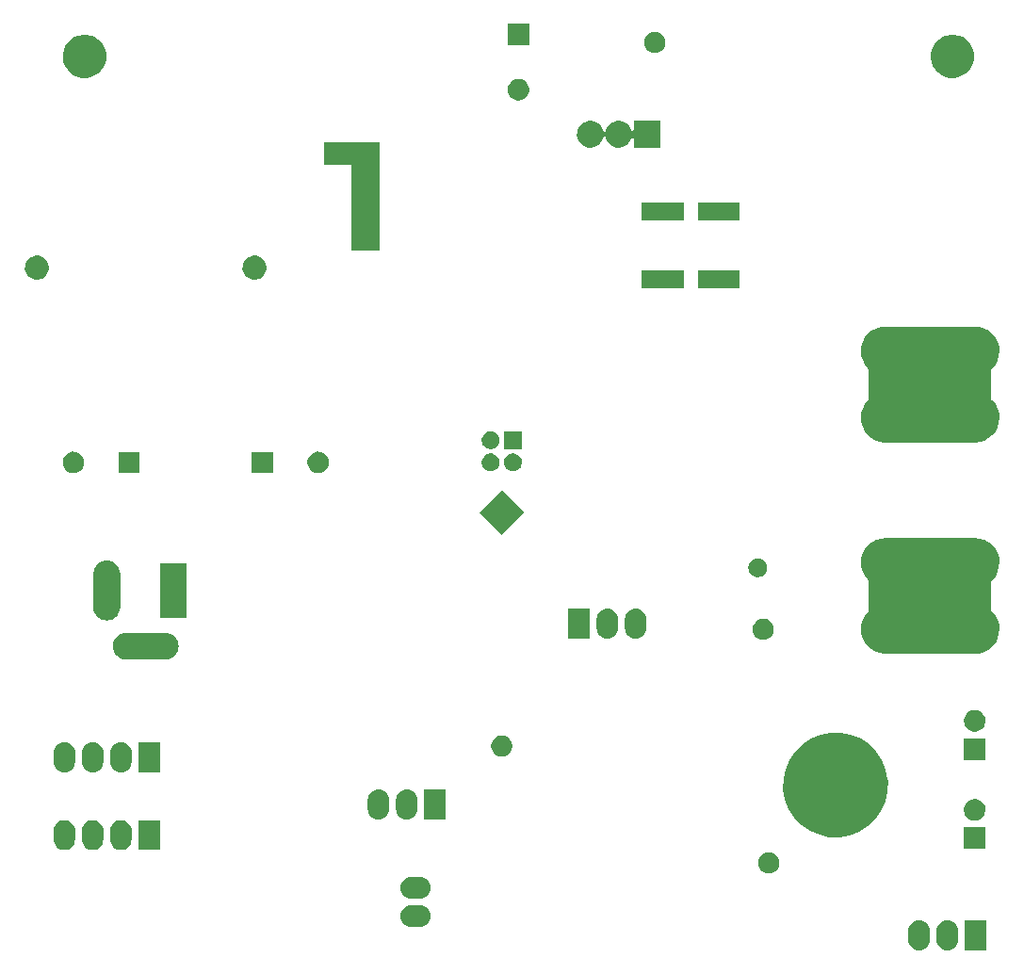
<source format=gbs>
G04 #@! TF.FileFunction,Soldermask,Bot*
%FSLAX46Y46*%
G04 Gerber Fmt 4.6, Leading zero omitted, Abs format (unit mm)*
G04 Created by KiCad (PCBNEW (2015-09-14 BZR 5783, Git e27fa50)-product) date Sat 19 Sep 2015 09:51:44 PM EDT*
%MOMM*%
G01*
G04 APERTURE LIST*
%ADD10C,0.100000*%
G04 APERTURE END LIST*
D10*
G36*
X81193339Y-83670136D02*
X81193362Y-83670143D01*
X81193437Y-83670151D01*
X81372790Y-83725670D01*
X81537944Y-83814968D01*
X81682607Y-83934644D01*
X81801270Y-84080139D01*
X81889413Y-84245912D01*
X81943679Y-84425649D01*
X81962000Y-84612502D01*
X81962000Y-85387566D01*
X81961935Y-85396872D01*
X81961934Y-85396878D01*
X81961906Y-85400930D01*
X81940978Y-85587509D01*
X81884208Y-85766470D01*
X81793759Y-85930996D01*
X81673076Y-86074821D01*
X81526756Y-86192465D01*
X81360372Y-86279449D01*
X81180261Y-86332458D01*
X81180200Y-86332464D01*
X81180171Y-86332472D01*
X80993289Y-86349479D01*
X80806661Y-86329864D01*
X80806638Y-86329857D01*
X80806563Y-86329849D01*
X80627210Y-86274330D01*
X80462056Y-86185032D01*
X80317393Y-86065356D01*
X80198730Y-85919861D01*
X80110587Y-85754088D01*
X80056321Y-85574351D01*
X80038000Y-85387498D01*
X80038000Y-84612434D01*
X80038065Y-84603128D01*
X80038066Y-84603122D01*
X80038094Y-84599070D01*
X80059022Y-84412491D01*
X80115792Y-84233530D01*
X80206241Y-84069004D01*
X80326924Y-83925179D01*
X80473244Y-83807535D01*
X80639628Y-83720551D01*
X80819739Y-83667542D01*
X80819800Y-83667536D01*
X80819829Y-83667528D01*
X81006711Y-83650521D01*
X81193339Y-83670136D01*
X81193339Y-83670136D01*
G37*
G36*
X83733339Y-83670136D02*
X83733362Y-83670143D01*
X83733437Y-83670151D01*
X83912790Y-83725670D01*
X84077944Y-83814968D01*
X84222607Y-83934644D01*
X84341270Y-84080139D01*
X84429413Y-84245912D01*
X84483679Y-84425649D01*
X84502000Y-84612502D01*
X84502000Y-85387566D01*
X84501935Y-85396872D01*
X84501934Y-85396878D01*
X84501906Y-85400930D01*
X84480978Y-85587509D01*
X84424208Y-85766470D01*
X84333759Y-85930996D01*
X84213076Y-86074821D01*
X84066756Y-86192465D01*
X83900372Y-86279449D01*
X83720261Y-86332458D01*
X83720200Y-86332464D01*
X83720171Y-86332472D01*
X83533289Y-86349479D01*
X83346661Y-86329864D01*
X83346638Y-86329857D01*
X83346563Y-86329849D01*
X83167210Y-86274330D01*
X83002056Y-86185032D01*
X82857393Y-86065356D01*
X82738730Y-85919861D01*
X82650587Y-85754088D01*
X82596321Y-85574351D01*
X82578000Y-85387498D01*
X82578000Y-84612434D01*
X82578065Y-84603128D01*
X82578066Y-84603122D01*
X82578094Y-84599070D01*
X82599022Y-84412491D01*
X82655792Y-84233530D01*
X82746241Y-84069004D01*
X82866924Y-83925179D01*
X83013244Y-83807535D01*
X83179628Y-83720551D01*
X83359739Y-83667542D01*
X83359800Y-83667536D01*
X83359829Y-83667528D01*
X83546711Y-83650521D01*
X83733339Y-83670136D01*
X83733339Y-83670136D01*
G37*
G36*
X87042000Y-86343000D02*
X85118000Y-86343000D01*
X85118000Y-83657000D01*
X87042000Y-83657000D01*
X87042000Y-86343000D01*
X87042000Y-86343000D01*
G37*
G36*
X36146872Y-82308065D02*
X36146878Y-82308066D01*
X36150930Y-82308094D01*
X36337509Y-82329022D01*
X36516470Y-82385792D01*
X36680996Y-82476241D01*
X36824821Y-82596924D01*
X36942465Y-82743244D01*
X37029449Y-82909628D01*
X37082458Y-83089739D01*
X37082464Y-83089800D01*
X37082472Y-83089829D01*
X37099479Y-83276711D01*
X37079864Y-83463339D01*
X37079857Y-83463362D01*
X37079849Y-83463437D01*
X37024330Y-83642790D01*
X36935032Y-83807944D01*
X36815356Y-83952607D01*
X36669861Y-84071270D01*
X36504088Y-84159413D01*
X36324351Y-84213679D01*
X36137498Y-84232000D01*
X35362434Y-84232000D01*
X35353128Y-84231935D01*
X35353122Y-84231934D01*
X35349070Y-84231906D01*
X35162491Y-84210978D01*
X34983530Y-84154208D01*
X34819004Y-84063759D01*
X34675179Y-83943076D01*
X34557535Y-83796756D01*
X34470551Y-83630372D01*
X34417542Y-83450261D01*
X34417536Y-83450200D01*
X34417528Y-83450171D01*
X34400521Y-83263289D01*
X34420136Y-83076661D01*
X34420143Y-83076638D01*
X34420151Y-83076563D01*
X34475670Y-82897210D01*
X34564968Y-82732056D01*
X34684644Y-82587393D01*
X34830139Y-82468730D01*
X34995912Y-82380587D01*
X35175649Y-82326321D01*
X35362502Y-82308000D01*
X36137566Y-82308000D01*
X36146872Y-82308065D01*
X36146872Y-82308065D01*
G37*
G36*
X36146872Y-79768065D02*
X36146878Y-79768066D01*
X36150930Y-79768094D01*
X36337509Y-79789022D01*
X36516470Y-79845792D01*
X36680996Y-79936241D01*
X36824821Y-80056924D01*
X36942465Y-80203244D01*
X37029449Y-80369628D01*
X37082458Y-80549739D01*
X37082464Y-80549800D01*
X37082472Y-80549829D01*
X37099479Y-80736711D01*
X37079864Y-80923339D01*
X37079857Y-80923362D01*
X37079849Y-80923437D01*
X37024330Y-81102790D01*
X36935032Y-81267944D01*
X36815356Y-81412607D01*
X36669861Y-81531270D01*
X36504088Y-81619413D01*
X36324351Y-81673679D01*
X36137498Y-81692000D01*
X35362434Y-81692000D01*
X35353128Y-81691935D01*
X35353122Y-81691934D01*
X35349070Y-81691906D01*
X35162491Y-81670978D01*
X34983530Y-81614208D01*
X34819004Y-81523759D01*
X34675179Y-81403076D01*
X34557535Y-81256756D01*
X34470551Y-81090372D01*
X34417542Y-80910261D01*
X34417536Y-80910200D01*
X34417528Y-80910171D01*
X34400521Y-80723289D01*
X34420136Y-80536661D01*
X34420143Y-80536638D01*
X34420151Y-80536563D01*
X34475670Y-80357210D01*
X34564968Y-80192056D01*
X34684644Y-80047393D01*
X34830139Y-79928730D01*
X34995912Y-79840587D01*
X35175649Y-79786321D01*
X35362502Y-79768000D01*
X36137566Y-79768000D01*
X36146872Y-79768065D01*
X36146872Y-79768065D01*
G37*
G36*
X67599783Y-77550629D02*
X67782286Y-77588091D01*
X67954031Y-77660286D01*
X68108488Y-77764468D01*
X68239763Y-77896663D01*
X68342862Y-78051839D01*
X68413859Y-78224090D01*
X68449909Y-78406158D01*
X68449909Y-78406180D01*
X68450041Y-78406848D01*
X68447070Y-78619643D01*
X68446918Y-78620311D01*
X68446918Y-78620330D01*
X68405798Y-78801319D01*
X68330020Y-78971521D01*
X68222630Y-79123755D01*
X68087711Y-79252236D01*
X67930408Y-79352064D01*
X67756712Y-79419437D01*
X67573236Y-79451788D01*
X67386970Y-79447886D01*
X67205013Y-79407881D01*
X67034289Y-79333293D01*
X66881305Y-79226967D01*
X66751886Y-79092949D01*
X66650963Y-78936346D01*
X66582377Y-78763121D01*
X66548746Y-78579878D01*
X66551347Y-78393594D01*
X66590083Y-78211358D01*
X66663477Y-78040115D01*
X66768734Y-77886393D01*
X66901843Y-77756042D01*
X67057737Y-77654028D01*
X67230472Y-77584238D01*
X67413481Y-77549327D01*
X67599783Y-77550629D01*
X67599783Y-77550629D01*
G37*
G36*
X4383339Y-74670136D02*
X4383362Y-74670143D01*
X4383437Y-74670151D01*
X4562790Y-74725670D01*
X4727944Y-74814968D01*
X4872607Y-74934644D01*
X4991270Y-75080139D01*
X5079413Y-75245912D01*
X5133679Y-75425649D01*
X5152000Y-75612502D01*
X5152000Y-76387566D01*
X5151935Y-76396872D01*
X5151934Y-76396878D01*
X5151906Y-76400930D01*
X5130978Y-76587509D01*
X5074208Y-76766470D01*
X4983759Y-76930996D01*
X4863076Y-77074821D01*
X4716756Y-77192465D01*
X4550372Y-77279449D01*
X4370261Y-77332458D01*
X4370200Y-77332464D01*
X4370171Y-77332472D01*
X4183289Y-77349479D01*
X3996661Y-77329864D01*
X3996638Y-77329857D01*
X3996563Y-77329849D01*
X3817210Y-77274330D01*
X3652056Y-77185032D01*
X3507393Y-77065356D01*
X3388730Y-76919861D01*
X3300587Y-76754088D01*
X3246321Y-76574351D01*
X3228000Y-76387498D01*
X3228000Y-75612434D01*
X3228065Y-75603128D01*
X3228066Y-75603122D01*
X3228094Y-75599070D01*
X3249022Y-75412491D01*
X3305792Y-75233530D01*
X3396241Y-75069004D01*
X3516924Y-74925179D01*
X3663244Y-74807535D01*
X3829628Y-74720551D01*
X4009739Y-74667542D01*
X4009800Y-74667536D01*
X4009829Y-74667528D01*
X4196711Y-74650521D01*
X4383339Y-74670136D01*
X4383339Y-74670136D01*
G37*
G36*
X6923339Y-74670136D02*
X6923362Y-74670143D01*
X6923437Y-74670151D01*
X7102790Y-74725670D01*
X7267944Y-74814968D01*
X7412607Y-74934644D01*
X7531270Y-75080139D01*
X7619413Y-75245912D01*
X7673679Y-75425649D01*
X7692000Y-75612502D01*
X7692000Y-76387566D01*
X7691935Y-76396872D01*
X7691934Y-76396878D01*
X7691906Y-76400930D01*
X7670978Y-76587509D01*
X7614208Y-76766470D01*
X7523759Y-76930996D01*
X7403076Y-77074821D01*
X7256756Y-77192465D01*
X7090372Y-77279449D01*
X6910261Y-77332458D01*
X6910200Y-77332464D01*
X6910171Y-77332472D01*
X6723289Y-77349479D01*
X6536661Y-77329864D01*
X6536638Y-77329857D01*
X6536563Y-77329849D01*
X6357210Y-77274330D01*
X6192056Y-77185032D01*
X6047393Y-77065356D01*
X5928730Y-76919861D01*
X5840587Y-76754088D01*
X5786321Y-76574351D01*
X5768000Y-76387498D01*
X5768000Y-75612434D01*
X5768065Y-75603128D01*
X5768066Y-75603122D01*
X5768094Y-75599070D01*
X5789022Y-75412491D01*
X5845792Y-75233530D01*
X5936241Y-75069004D01*
X6056924Y-74925179D01*
X6203244Y-74807535D01*
X6369628Y-74720551D01*
X6549739Y-74667542D01*
X6549800Y-74667536D01*
X6549829Y-74667528D01*
X6736711Y-74650521D01*
X6923339Y-74670136D01*
X6923339Y-74670136D01*
G37*
G36*
X9463339Y-74670136D02*
X9463362Y-74670143D01*
X9463437Y-74670151D01*
X9642790Y-74725670D01*
X9807944Y-74814968D01*
X9952607Y-74934644D01*
X10071270Y-75080139D01*
X10159413Y-75245912D01*
X10213679Y-75425649D01*
X10232000Y-75612502D01*
X10232000Y-76387566D01*
X10231935Y-76396872D01*
X10231934Y-76396878D01*
X10231906Y-76400930D01*
X10210978Y-76587509D01*
X10154208Y-76766470D01*
X10063759Y-76930996D01*
X9943076Y-77074821D01*
X9796756Y-77192465D01*
X9630372Y-77279449D01*
X9450261Y-77332458D01*
X9450200Y-77332464D01*
X9450171Y-77332472D01*
X9263289Y-77349479D01*
X9076661Y-77329864D01*
X9076638Y-77329857D01*
X9076563Y-77329849D01*
X8897210Y-77274330D01*
X8732056Y-77185032D01*
X8587393Y-77065356D01*
X8468730Y-76919861D01*
X8380587Y-76754088D01*
X8326321Y-76574351D01*
X8308000Y-76387498D01*
X8308000Y-75612434D01*
X8308065Y-75603128D01*
X8308066Y-75603122D01*
X8308094Y-75599070D01*
X8329022Y-75412491D01*
X8385792Y-75233530D01*
X8476241Y-75069004D01*
X8596924Y-74925179D01*
X8743244Y-74807535D01*
X8909628Y-74720551D01*
X9089739Y-74667542D01*
X9089800Y-74667536D01*
X9089829Y-74667528D01*
X9276711Y-74650521D01*
X9463339Y-74670136D01*
X9463339Y-74670136D01*
G37*
G36*
X12772000Y-77343000D02*
X10848000Y-77343000D01*
X10848000Y-74657000D01*
X12772000Y-74657000D01*
X12772000Y-77343000D01*
X12772000Y-77343000D01*
G37*
G36*
X86962000Y-77232000D02*
X85038000Y-77232000D01*
X85038000Y-75308000D01*
X86962000Y-75308000D01*
X86962000Y-77232000D01*
X86962000Y-77232000D01*
G37*
G36*
X73993661Y-66803127D02*
X74896558Y-66988465D01*
X75746250Y-67345642D01*
X76510393Y-67861063D01*
X77159866Y-68515085D01*
X77669935Y-69282803D01*
X78021175Y-70134976D01*
X78200069Y-71038453D01*
X78200069Y-71038473D01*
X78200201Y-71039141D01*
X78185501Y-72091916D01*
X78185349Y-72092584D01*
X78185349Y-72092603D01*
X77981301Y-72990727D01*
X77606401Y-73832767D01*
X77075096Y-74585938D01*
X76407614Y-75221573D01*
X75629378Y-75715456D01*
X74770042Y-76048771D01*
X73862323Y-76208827D01*
X72940807Y-76189523D01*
X72040592Y-75991599D01*
X71195963Y-75622590D01*
X70439096Y-75096553D01*
X69798816Y-74433524D01*
X69299513Y-73658756D01*
X68960206Y-72801764D01*
X68793818Y-71895188D01*
X68806687Y-70973563D01*
X68998323Y-70071985D01*
X69361428Y-69224798D01*
X69882168Y-68464277D01*
X70540710Y-67819385D01*
X71311969Y-67314687D01*
X72166571Y-66969405D01*
X73071965Y-66796691D01*
X73993661Y-66803127D01*
X73993661Y-66803127D01*
G37*
G36*
X86101043Y-72768637D02*
X86285852Y-72806572D01*
X86459766Y-72879679D01*
X86616174Y-72985177D01*
X86749107Y-73119042D01*
X86853508Y-73276179D01*
X86925402Y-73450605D01*
X86961909Y-73634981D01*
X86961909Y-73634998D01*
X86962042Y-73635671D01*
X86959033Y-73851154D01*
X86958881Y-73851822D01*
X86958881Y-73851841D01*
X86917241Y-74035123D01*
X86840503Y-74207479D01*
X86731758Y-74361634D01*
X86595136Y-74491736D01*
X86435841Y-74592828D01*
X86259958Y-74661049D01*
X86074160Y-74693811D01*
X85885544Y-74689859D01*
X85701285Y-74649347D01*
X85528406Y-74573818D01*
X85373490Y-74466149D01*
X85242436Y-74330439D01*
X85140237Y-74171857D01*
X85070787Y-73996446D01*
X85036731Y-73810887D01*
X85039364Y-73622250D01*
X85078590Y-73437707D01*
X85152908Y-73264310D01*
X85259497Y-73108642D01*
X85394285Y-72976648D01*
X85552153Y-72873342D01*
X85727069Y-72802671D01*
X85912388Y-72767319D01*
X86101043Y-72768637D01*
X86101043Y-72768637D01*
G37*
G36*
X35153339Y-71920136D02*
X35153362Y-71920143D01*
X35153437Y-71920151D01*
X35332790Y-71975670D01*
X35497944Y-72064968D01*
X35642607Y-72184644D01*
X35761270Y-72330139D01*
X35849413Y-72495912D01*
X35903679Y-72675649D01*
X35922000Y-72862502D01*
X35922000Y-73637566D01*
X35921935Y-73646872D01*
X35921934Y-73646878D01*
X35921906Y-73650930D01*
X35900978Y-73837509D01*
X35844208Y-74016470D01*
X35753759Y-74180996D01*
X35633076Y-74324821D01*
X35486756Y-74442465D01*
X35320372Y-74529449D01*
X35140261Y-74582458D01*
X35140200Y-74582464D01*
X35140171Y-74582472D01*
X34953289Y-74599479D01*
X34766661Y-74579864D01*
X34766638Y-74579857D01*
X34766563Y-74579849D01*
X34587210Y-74524330D01*
X34422056Y-74435032D01*
X34277393Y-74315356D01*
X34158730Y-74169861D01*
X34070587Y-74004088D01*
X34016321Y-73824351D01*
X33998000Y-73637498D01*
X33998000Y-72862434D01*
X33998065Y-72853128D01*
X33998066Y-72853122D01*
X33998094Y-72849070D01*
X34019022Y-72662491D01*
X34075792Y-72483530D01*
X34166241Y-72319004D01*
X34286924Y-72175179D01*
X34433244Y-72057535D01*
X34599628Y-71970551D01*
X34779739Y-71917542D01*
X34779800Y-71917536D01*
X34779829Y-71917528D01*
X34966711Y-71900521D01*
X35153339Y-71920136D01*
X35153339Y-71920136D01*
G37*
G36*
X32613339Y-71920136D02*
X32613362Y-71920143D01*
X32613437Y-71920151D01*
X32792790Y-71975670D01*
X32957944Y-72064968D01*
X33102607Y-72184644D01*
X33221270Y-72330139D01*
X33309413Y-72495912D01*
X33363679Y-72675649D01*
X33382000Y-72862502D01*
X33382000Y-73637566D01*
X33381935Y-73646872D01*
X33381934Y-73646878D01*
X33381906Y-73650930D01*
X33360978Y-73837509D01*
X33304208Y-74016470D01*
X33213759Y-74180996D01*
X33093076Y-74324821D01*
X32946756Y-74442465D01*
X32780372Y-74529449D01*
X32600261Y-74582458D01*
X32600200Y-74582464D01*
X32600171Y-74582472D01*
X32413289Y-74599479D01*
X32226661Y-74579864D01*
X32226638Y-74579857D01*
X32226563Y-74579849D01*
X32047210Y-74524330D01*
X31882056Y-74435032D01*
X31737393Y-74315356D01*
X31618730Y-74169861D01*
X31530587Y-74004088D01*
X31476321Y-73824351D01*
X31458000Y-73637498D01*
X31458000Y-72862434D01*
X31458065Y-72853128D01*
X31458066Y-72853122D01*
X31458094Y-72849070D01*
X31479022Y-72662491D01*
X31535792Y-72483530D01*
X31626241Y-72319004D01*
X31746924Y-72175179D01*
X31893244Y-72057535D01*
X32059628Y-71970551D01*
X32239739Y-71917542D01*
X32239800Y-71917536D01*
X32239829Y-71917528D01*
X32426711Y-71900521D01*
X32613339Y-71920136D01*
X32613339Y-71920136D01*
G37*
G36*
X38462000Y-74593000D02*
X36538000Y-74593000D01*
X36538000Y-71907000D01*
X38462000Y-71907000D01*
X38462000Y-74593000D01*
X38462000Y-74593000D01*
G37*
G36*
X4383339Y-67670136D02*
X4383362Y-67670143D01*
X4383437Y-67670151D01*
X4562790Y-67725670D01*
X4727944Y-67814968D01*
X4872607Y-67934644D01*
X4991270Y-68080139D01*
X5079413Y-68245912D01*
X5133679Y-68425649D01*
X5152000Y-68612502D01*
X5152000Y-69387566D01*
X5151935Y-69396872D01*
X5151934Y-69396878D01*
X5151906Y-69400930D01*
X5130978Y-69587509D01*
X5074208Y-69766470D01*
X4983759Y-69930996D01*
X4863076Y-70074821D01*
X4716756Y-70192465D01*
X4550372Y-70279449D01*
X4370261Y-70332458D01*
X4370200Y-70332464D01*
X4370171Y-70332472D01*
X4183289Y-70349479D01*
X3996661Y-70329864D01*
X3996638Y-70329857D01*
X3996563Y-70329849D01*
X3817210Y-70274330D01*
X3652056Y-70185032D01*
X3507393Y-70065356D01*
X3388730Y-69919861D01*
X3300587Y-69754088D01*
X3246321Y-69574351D01*
X3228000Y-69387498D01*
X3228000Y-68612434D01*
X3228065Y-68603128D01*
X3228066Y-68603122D01*
X3228094Y-68599070D01*
X3249022Y-68412491D01*
X3305792Y-68233530D01*
X3396241Y-68069004D01*
X3516924Y-67925179D01*
X3663244Y-67807535D01*
X3829628Y-67720551D01*
X4009739Y-67667542D01*
X4009800Y-67667536D01*
X4009829Y-67667528D01*
X4196711Y-67650521D01*
X4383339Y-67670136D01*
X4383339Y-67670136D01*
G37*
G36*
X9463339Y-67670136D02*
X9463362Y-67670143D01*
X9463437Y-67670151D01*
X9642790Y-67725670D01*
X9807944Y-67814968D01*
X9952607Y-67934644D01*
X10071270Y-68080139D01*
X10159413Y-68245912D01*
X10213679Y-68425649D01*
X10232000Y-68612502D01*
X10232000Y-69387566D01*
X10231935Y-69396872D01*
X10231934Y-69396878D01*
X10231906Y-69400930D01*
X10210978Y-69587509D01*
X10154208Y-69766470D01*
X10063759Y-69930996D01*
X9943076Y-70074821D01*
X9796756Y-70192465D01*
X9630372Y-70279449D01*
X9450261Y-70332458D01*
X9450200Y-70332464D01*
X9450171Y-70332472D01*
X9263289Y-70349479D01*
X9076661Y-70329864D01*
X9076638Y-70329857D01*
X9076563Y-70329849D01*
X8897210Y-70274330D01*
X8732056Y-70185032D01*
X8587393Y-70065356D01*
X8468730Y-69919861D01*
X8380587Y-69754088D01*
X8326321Y-69574351D01*
X8308000Y-69387498D01*
X8308000Y-68612434D01*
X8308065Y-68603128D01*
X8308066Y-68603122D01*
X8308094Y-68599070D01*
X8329022Y-68412491D01*
X8385792Y-68233530D01*
X8476241Y-68069004D01*
X8596924Y-67925179D01*
X8743244Y-67807535D01*
X8909628Y-67720551D01*
X9089739Y-67667542D01*
X9089800Y-67667536D01*
X9089829Y-67667528D01*
X9276711Y-67650521D01*
X9463339Y-67670136D01*
X9463339Y-67670136D01*
G37*
G36*
X6923339Y-67670136D02*
X6923362Y-67670143D01*
X6923437Y-67670151D01*
X7102790Y-67725670D01*
X7267944Y-67814968D01*
X7412607Y-67934644D01*
X7531270Y-68080139D01*
X7619413Y-68245912D01*
X7673679Y-68425649D01*
X7692000Y-68612502D01*
X7692000Y-69387566D01*
X7691935Y-69396872D01*
X7691934Y-69396878D01*
X7691906Y-69400930D01*
X7670978Y-69587509D01*
X7614208Y-69766470D01*
X7523759Y-69930996D01*
X7403076Y-70074821D01*
X7256756Y-70192465D01*
X7090372Y-70279449D01*
X6910261Y-70332458D01*
X6910200Y-70332464D01*
X6910171Y-70332472D01*
X6723289Y-70349479D01*
X6536661Y-70329864D01*
X6536638Y-70329857D01*
X6536563Y-70329849D01*
X6357210Y-70274330D01*
X6192056Y-70185032D01*
X6047393Y-70065356D01*
X5928730Y-69919861D01*
X5840587Y-69754088D01*
X5786321Y-69574351D01*
X5768000Y-69387498D01*
X5768000Y-68612434D01*
X5768065Y-68603128D01*
X5768066Y-68603122D01*
X5768094Y-68599070D01*
X5789022Y-68412491D01*
X5845792Y-68233530D01*
X5936241Y-68069004D01*
X6056924Y-67925179D01*
X6203244Y-67807535D01*
X6369628Y-67720551D01*
X6549739Y-67667542D01*
X6549800Y-67667536D01*
X6549829Y-67667528D01*
X6736711Y-67650521D01*
X6923339Y-67670136D01*
X6923339Y-67670136D01*
G37*
G36*
X12772000Y-70343000D02*
X10848000Y-70343000D01*
X10848000Y-67657000D01*
X12772000Y-67657000D01*
X12772000Y-70343000D01*
X12772000Y-70343000D01*
G37*
G36*
X86962000Y-69232000D02*
X85038000Y-69232000D01*
X85038000Y-67308000D01*
X86962000Y-67308000D01*
X86962000Y-69232000D01*
X86962000Y-69232000D01*
G37*
G36*
X43599783Y-67050629D02*
X43782286Y-67088091D01*
X43954031Y-67160286D01*
X44108488Y-67264468D01*
X44239763Y-67396663D01*
X44342862Y-67551839D01*
X44413859Y-67724090D01*
X44449909Y-67906158D01*
X44449909Y-67906180D01*
X44450041Y-67906848D01*
X44447070Y-68119643D01*
X44446918Y-68120311D01*
X44446918Y-68120330D01*
X44405798Y-68301319D01*
X44330020Y-68471521D01*
X44222630Y-68623755D01*
X44087711Y-68752236D01*
X43930408Y-68852064D01*
X43756712Y-68919437D01*
X43573236Y-68951788D01*
X43386970Y-68947886D01*
X43205013Y-68907881D01*
X43034289Y-68833293D01*
X42881305Y-68726967D01*
X42751886Y-68592949D01*
X42650963Y-68436346D01*
X42582377Y-68263121D01*
X42548746Y-68079878D01*
X42551347Y-67893594D01*
X42590083Y-67711358D01*
X42663477Y-67540115D01*
X42768734Y-67386393D01*
X42901843Y-67256042D01*
X43057737Y-67154028D01*
X43230472Y-67084238D01*
X43413481Y-67049327D01*
X43599783Y-67050629D01*
X43599783Y-67050629D01*
G37*
G36*
X86101043Y-64768637D02*
X86285852Y-64806572D01*
X86459766Y-64879679D01*
X86616174Y-64985177D01*
X86749107Y-65119042D01*
X86853508Y-65276179D01*
X86925402Y-65450605D01*
X86961909Y-65634981D01*
X86961909Y-65634998D01*
X86962042Y-65635671D01*
X86959033Y-65851154D01*
X86958881Y-65851822D01*
X86958881Y-65851841D01*
X86917241Y-66035123D01*
X86840503Y-66207479D01*
X86731758Y-66361634D01*
X86595136Y-66491736D01*
X86435841Y-66592828D01*
X86259958Y-66661049D01*
X86074160Y-66693811D01*
X85885544Y-66689859D01*
X85701285Y-66649347D01*
X85528406Y-66573818D01*
X85373490Y-66466149D01*
X85242436Y-66330439D01*
X85140237Y-66171857D01*
X85070787Y-65996446D01*
X85036731Y-65810887D01*
X85039364Y-65622250D01*
X85078590Y-65437707D01*
X85152908Y-65264310D01*
X85259497Y-65108642D01*
X85394285Y-64976648D01*
X85552153Y-64873342D01*
X85727069Y-64802671D01*
X85912388Y-64767319D01*
X86101043Y-64768637D01*
X86101043Y-64768637D01*
G37*
G36*
X13276972Y-57800088D02*
X13276978Y-57800089D01*
X13281029Y-57800117D01*
X13513768Y-57826223D01*
X13737004Y-57897038D01*
X13942234Y-58009864D01*
X14121641Y-58160404D01*
X14268391Y-58342924D01*
X14376895Y-58550472D01*
X14443019Y-58775142D01*
X14443025Y-58775208D01*
X14443032Y-58775232D01*
X14464249Y-59008373D01*
X14439779Y-59241195D01*
X14439772Y-59241217D01*
X14439764Y-59241294D01*
X14370510Y-59465019D01*
X14259119Y-59671031D01*
X14109835Y-59851485D01*
X13928344Y-59999505D01*
X13721558Y-60109455D01*
X13497355Y-60177146D01*
X13264274Y-60200000D01*
X9735656Y-60200000D01*
X9723028Y-60199912D01*
X9723022Y-60199911D01*
X9718971Y-60199883D01*
X9486232Y-60173777D01*
X9262996Y-60102962D01*
X9057766Y-59990136D01*
X8878359Y-59839596D01*
X8731609Y-59657076D01*
X8623105Y-59449528D01*
X8556981Y-59224858D01*
X8556975Y-59224792D01*
X8556968Y-59224768D01*
X8535751Y-58991627D01*
X8560221Y-58758805D01*
X8560228Y-58758783D01*
X8560236Y-58758706D01*
X8629490Y-58534981D01*
X8740881Y-58328969D01*
X8890165Y-58148515D01*
X9071656Y-58000495D01*
X9278442Y-57890545D01*
X9502645Y-57822854D01*
X9735726Y-57800000D01*
X13264344Y-57800000D01*
X13276972Y-57800088D01*
X13276972Y-57800088D01*
G37*
G36*
X86056660Y-49300185D02*
X86056667Y-49300186D01*
X86060716Y-49300214D01*
X86487405Y-49348075D01*
X86896671Y-49477902D01*
X87272926Y-49684750D01*
X87601839Y-49960741D01*
X87870880Y-50295361D01*
X88069803Y-50675865D01*
X88191031Y-51087761D01*
X88191037Y-51087822D01*
X88191045Y-51087851D01*
X88229950Y-51515354D01*
X88185079Y-51942273D01*
X88185073Y-51942291D01*
X88185065Y-51942371D01*
X88058098Y-52352534D01*
X87853882Y-52730224D01*
X87580194Y-53061056D01*
X87535969Y-53097125D01*
X87517710Y-53116904D01*
X87505139Y-53142079D01*
X87500000Y-53173723D01*
X87500000Y-55828874D01*
X87503959Y-55856733D01*
X87515523Y-55882387D01*
X87535006Y-55904661D01*
X87601839Y-55960741D01*
X87870880Y-56295361D01*
X88069803Y-56675865D01*
X88191031Y-57087761D01*
X88191037Y-57087822D01*
X88191045Y-57087851D01*
X88229950Y-57515354D01*
X88185079Y-57942273D01*
X88185073Y-57942291D01*
X88185065Y-57942371D01*
X88058098Y-58352534D01*
X87853882Y-58730224D01*
X87580194Y-59061056D01*
X87247460Y-59332427D01*
X86868354Y-59534001D01*
X86457315Y-59658101D01*
X86029999Y-59700000D01*
X77969928Y-59700000D01*
X77943340Y-59699815D01*
X77943333Y-59699814D01*
X77939284Y-59699786D01*
X77512595Y-59651925D01*
X77103329Y-59522098D01*
X76727074Y-59315250D01*
X76398161Y-59039259D01*
X76129120Y-58704639D01*
X75930197Y-58324135D01*
X75808969Y-57912239D01*
X75808963Y-57912178D01*
X75808955Y-57912149D01*
X75770050Y-57484646D01*
X75814921Y-57057727D01*
X75814927Y-57057709D01*
X75814935Y-57057629D01*
X75941902Y-56647466D01*
X76146118Y-56269776D01*
X76419806Y-55938944D01*
X76464031Y-55902875D01*
X76482290Y-55883096D01*
X76494861Y-55857921D01*
X76500000Y-55826277D01*
X76500000Y-53171126D01*
X76496041Y-53143267D01*
X76484477Y-53117613D01*
X76464994Y-53095339D01*
X76398161Y-53039259D01*
X76129120Y-52704639D01*
X75930197Y-52324135D01*
X75808969Y-51912239D01*
X75808963Y-51912178D01*
X75808955Y-51912149D01*
X75770050Y-51484646D01*
X75814921Y-51057727D01*
X75814927Y-51057709D01*
X75814935Y-51057629D01*
X75941902Y-50647466D01*
X76146118Y-50269776D01*
X76419806Y-49938944D01*
X76752540Y-49667573D01*
X77131646Y-49465999D01*
X77542685Y-49341899D01*
X77970001Y-49300000D01*
X86030072Y-49300000D01*
X86056660Y-49300185D01*
X86056660Y-49300185D01*
G37*
G36*
X67099783Y-56550629D02*
X67282286Y-56588091D01*
X67454031Y-56660286D01*
X67608488Y-56764468D01*
X67739763Y-56896663D01*
X67842862Y-57051839D01*
X67913859Y-57224090D01*
X67949909Y-57406158D01*
X67949909Y-57406180D01*
X67950041Y-57406848D01*
X67947070Y-57619643D01*
X67946918Y-57620311D01*
X67946918Y-57620330D01*
X67905798Y-57801319D01*
X67830020Y-57971521D01*
X67722630Y-58123755D01*
X67587711Y-58252236D01*
X67430408Y-58352064D01*
X67256712Y-58419437D01*
X67073236Y-58451788D01*
X66886970Y-58447886D01*
X66705013Y-58407881D01*
X66534289Y-58333293D01*
X66381305Y-58226967D01*
X66251886Y-58092949D01*
X66150963Y-57936346D01*
X66082377Y-57763121D01*
X66048746Y-57579878D01*
X66051347Y-57393594D01*
X66090083Y-57211358D01*
X66163477Y-57040115D01*
X66268734Y-56886393D01*
X66401843Y-56756042D01*
X66557737Y-56654028D01*
X66730472Y-56584238D01*
X66913481Y-56549327D01*
X67099783Y-56550629D01*
X67099783Y-56550629D01*
G37*
G36*
X53193339Y-55670136D02*
X53193362Y-55670143D01*
X53193437Y-55670151D01*
X53372790Y-55725670D01*
X53537944Y-55814968D01*
X53682607Y-55934644D01*
X53801270Y-56080139D01*
X53889413Y-56245912D01*
X53943679Y-56425649D01*
X53962000Y-56612502D01*
X53962000Y-57387566D01*
X53961935Y-57396872D01*
X53961934Y-57396878D01*
X53961906Y-57400930D01*
X53940978Y-57587509D01*
X53884208Y-57766470D01*
X53793759Y-57930996D01*
X53673076Y-58074821D01*
X53526756Y-58192465D01*
X53360372Y-58279449D01*
X53180261Y-58332458D01*
X53180200Y-58332464D01*
X53180171Y-58332472D01*
X52993289Y-58349479D01*
X52806661Y-58329864D01*
X52806638Y-58329857D01*
X52806563Y-58329849D01*
X52627210Y-58274330D01*
X52462056Y-58185032D01*
X52317393Y-58065356D01*
X52198730Y-57919861D01*
X52110587Y-57754088D01*
X52056321Y-57574351D01*
X52038000Y-57387498D01*
X52038000Y-56612434D01*
X52038065Y-56603128D01*
X52038066Y-56603122D01*
X52038094Y-56599070D01*
X52059022Y-56412491D01*
X52115792Y-56233530D01*
X52206241Y-56069004D01*
X52326924Y-55925179D01*
X52473244Y-55807535D01*
X52639628Y-55720551D01*
X52819739Y-55667542D01*
X52819800Y-55667536D01*
X52819829Y-55667528D01*
X53006711Y-55650521D01*
X53193339Y-55670136D01*
X53193339Y-55670136D01*
G37*
G36*
X55733339Y-55670136D02*
X55733362Y-55670143D01*
X55733437Y-55670151D01*
X55912790Y-55725670D01*
X56077944Y-55814968D01*
X56222607Y-55934644D01*
X56341270Y-56080139D01*
X56429413Y-56245912D01*
X56483679Y-56425649D01*
X56502000Y-56612502D01*
X56502000Y-57387566D01*
X56501935Y-57396872D01*
X56501934Y-57396878D01*
X56501906Y-57400930D01*
X56480978Y-57587509D01*
X56424208Y-57766470D01*
X56333759Y-57930996D01*
X56213076Y-58074821D01*
X56066756Y-58192465D01*
X55900372Y-58279449D01*
X55720261Y-58332458D01*
X55720200Y-58332464D01*
X55720171Y-58332472D01*
X55533289Y-58349479D01*
X55346661Y-58329864D01*
X55346638Y-58329857D01*
X55346563Y-58329849D01*
X55167210Y-58274330D01*
X55002056Y-58185032D01*
X54857393Y-58065356D01*
X54738730Y-57919861D01*
X54650587Y-57754088D01*
X54596321Y-57574351D01*
X54578000Y-57387498D01*
X54578000Y-56612434D01*
X54578065Y-56603128D01*
X54578066Y-56603122D01*
X54578094Y-56599070D01*
X54599022Y-56412491D01*
X54655792Y-56233530D01*
X54746241Y-56069004D01*
X54866924Y-55925179D01*
X55013244Y-55807535D01*
X55179628Y-55720551D01*
X55359739Y-55667542D01*
X55359800Y-55667536D01*
X55359829Y-55667528D01*
X55546711Y-55650521D01*
X55733339Y-55670136D01*
X55733339Y-55670136D01*
G37*
G36*
X51422000Y-58343000D02*
X49498000Y-58343000D01*
X49498000Y-55657000D01*
X51422000Y-55657000D01*
X51422000Y-58343000D01*
X51422000Y-58343000D01*
G37*
G36*
X8241195Y-51311431D02*
X8241217Y-51311438D01*
X8241294Y-51311446D01*
X8465019Y-51380700D01*
X8671031Y-51492091D01*
X8851485Y-51641375D01*
X8999505Y-51822866D01*
X9109455Y-52029652D01*
X9177146Y-52253855D01*
X9200000Y-52486936D01*
X9200000Y-55513134D01*
X9199912Y-55525762D01*
X9199911Y-55525768D01*
X9199883Y-55529819D01*
X9173777Y-55762558D01*
X9102962Y-55985794D01*
X8990136Y-56191024D01*
X8839596Y-56370431D01*
X8657076Y-56517181D01*
X8449528Y-56625685D01*
X8224858Y-56691809D01*
X8224792Y-56691815D01*
X8224768Y-56691822D01*
X7991627Y-56713039D01*
X7758805Y-56688569D01*
X7758783Y-56688562D01*
X7758706Y-56688554D01*
X7534981Y-56619300D01*
X7328969Y-56507909D01*
X7148515Y-56358625D01*
X7000495Y-56177134D01*
X6890545Y-55970348D01*
X6822854Y-55746145D01*
X6800000Y-55513064D01*
X6800000Y-52486866D01*
X6800088Y-52474238D01*
X6800089Y-52474232D01*
X6800117Y-52470181D01*
X6826223Y-52237442D01*
X6897038Y-52014206D01*
X7009864Y-51808976D01*
X7160404Y-51629569D01*
X7342924Y-51482819D01*
X7550472Y-51374315D01*
X7775142Y-51308191D01*
X7775208Y-51308185D01*
X7775232Y-51308178D01*
X8008373Y-51286961D01*
X8241195Y-51311431D01*
X8241195Y-51311431D01*
G37*
G36*
X15200000Y-56450000D02*
X12800000Y-56450000D01*
X12800000Y-51550000D01*
X15200000Y-51550000D01*
X15200000Y-56450000D01*
X15200000Y-56450000D01*
G37*
G36*
X66589285Y-51110591D02*
X66752568Y-51144108D01*
X66906238Y-51208705D01*
X67044437Y-51301921D01*
X67161894Y-51420201D01*
X67254139Y-51559043D01*
X67317662Y-51713161D01*
X67349904Y-51875994D01*
X67349904Y-51876009D01*
X67350037Y-51876682D01*
X67347378Y-52067078D01*
X67347227Y-52067741D01*
X67347227Y-52067765D01*
X67310451Y-52229633D01*
X67242652Y-52381910D01*
X67146561Y-52518128D01*
X67025847Y-52633083D01*
X66885101Y-52722403D01*
X66729693Y-52782682D01*
X66565526Y-52811630D01*
X66398868Y-52808138D01*
X66236063Y-52772344D01*
X66083311Y-52705608D01*
X65946431Y-52610473D01*
X65830635Y-52490563D01*
X65740332Y-52350440D01*
X65678969Y-52195457D01*
X65648878Y-52031500D01*
X65651205Y-51864824D01*
X65685863Y-51701771D01*
X65751532Y-51548552D01*
X65845709Y-51411012D01*
X65964804Y-51294385D01*
X66104293Y-51203106D01*
X66258845Y-51140663D01*
X66422588Y-51109427D01*
X66589285Y-51110591D01*
X66589285Y-51110591D01*
G37*
G36*
X45500000Y-47000000D02*
X43500000Y-49000000D01*
X41500000Y-47000000D01*
X43500000Y-45000000D01*
X45500000Y-47000000D01*
X45500000Y-47000000D01*
G37*
G36*
X5101683Y-41538637D02*
X5286492Y-41576572D01*
X5460406Y-41649679D01*
X5616814Y-41755177D01*
X5749747Y-41889042D01*
X5854148Y-42046179D01*
X5926042Y-42220605D01*
X5962549Y-42404981D01*
X5962549Y-42404998D01*
X5962682Y-42405671D01*
X5959673Y-42621154D01*
X5959521Y-42621822D01*
X5959521Y-42621841D01*
X5917881Y-42805123D01*
X5841143Y-42977479D01*
X5732398Y-43131634D01*
X5595776Y-43261736D01*
X5436481Y-43362828D01*
X5260598Y-43431049D01*
X5074800Y-43463811D01*
X4886184Y-43459859D01*
X4701925Y-43419347D01*
X4529046Y-43343818D01*
X4374130Y-43236149D01*
X4243076Y-43100439D01*
X4140877Y-42941857D01*
X4071427Y-42766446D01*
X4037371Y-42580887D01*
X4040004Y-42392250D01*
X4079230Y-42207707D01*
X4153548Y-42034310D01*
X4260137Y-41878642D01*
X4394925Y-41746648D01*
X4552793Y-41643342D01*
X4727709Y-41572671D01*
X4913028Y-41537319D01*
X5101683Y-41538637D01*
X5101683Y-41538637D01*
G37*
G36*
X27100403Y-41538637D02*
X27285212Y-41576572D01*
X27459126Y-41649679D01*
X27615534Y-41755177D01*
X27748467Y-41889042D01*
X27852868Y-42046179D01*
X27924762Y-42220605D01*
X27961269Y-42404981D01*
X27961269Y-42404998D01*
X27961402Y-42405671D01*
X27958393Y-42621154D01*
X27958241Y-42621822D01*
X27958241Y-42621841D01*
X27916601Y-42805123D01*
X27839863Y-42977479D01*
X27731118Y-43131634D01*
X27594496Y-43261736D01*
X27435201Y-43362828D01*
X27259318Y-43431049D01*
X27073520Y-43463811D01*
X26884904Y-43459859D01*
X26700645Y-43419347D01*
X26527766Y-43343818D01*
X26372850Y-43236149D01*
X26241796Y-43100439D01*
X26139597Y-42941857D01*
X26070147Y-42766446D01*
X26036091Y-42580887D01*
X26038724Y-42392250D01*
X26077950Y-42207707D01*
X26152268Y-42034310D01*
X26258857Y-41878642D01*
X26393645Y-41746648D01*
X26551513Y-41643342D01*
X26726429Y-41572671D01*
X26911748Y-41537319D01*
X27100403Y-41538637D01*
X27100403Y-41538637D01*
G37*
G36*
X22962640Y-43462000D02*
X21038640Y-43462000D01*
X21038640Y-41538000D01*
X22962640Y-41538000D01*
X22962640Y-43462000D01*
X22962640Y-43462000D01*
G37*
G36*
X10961360Y-43462000D02*
X9037360Y-43462000D01*
X9037360Y-41538000D01*
X10961360Y-41538000D01*
X10961360Y-43462000D01*
X10961360Y-43462000D01*
G37*
G36*
X44584028Y-41700529D02*
X44737717Y-41732076D01*
X44882340Y-41792870D01*
X45012412Y-41880604D01*
X45122959Y-41991926D01*
X45209778Y-42122601D01*
X45269566Y-42267655D01*
X45299902Y-42420866D01*
X45299902Y-42420888D01*
X45300034Y-42421556D01*
X45297532Y-42600752D01*
X45297381Y-42601415D01*
X45297381Y-42601439D01*
X45262778Y-42753745D01*
X45198966Y-42897069D01*
X45108531Y-43025267D01*
X44994915Y-43133462D01*
X44862449Y-43217528D01*
X44716180Y-43274262D01*
X44561671Y-43301507D01*
X44404817Y-43298220D01*
X44251589Y-43264532D01*
X44107822Y-43201721D01*
X43978994Y-43112183D01*
X43870009Y-42999326D01*
X43785021Y-42867450D01*
X43727264Y-42721575D01*
X43698944Y-42567266D01*
X43701134Y-42410395D01*
X43733754Y-42256930D01*
X43795559Y-42112731D01*
X43884197Y-41983278D01*
X43996287Y-41873511D01*
X44127566Y-41787603D01*
X44273033Y-41728832D01*
X44427142Y-41699433D01*
X44584028Y-41700529D01*
X44584028Y-41700529D01*
G37*
G36*
X42584028Y-41700529D02*
X42737717Y-41732076D01*
X42882340Y-41792870D01*
X43012412Y-41880604D01*
X43122959Y-41991926D01*
X43209778Y-42122601D01*
X43269566Y-42267655D01*
X43299902Y-42420866D01*
X43299902Y-42420888D01*
X43300034Y-42421556D01*
X43297532Y-42600752D01*
X43297381Y-42601415D01*
X43297381Y-42601439D01*
X43262778Y-42753745D01*
X43198966Y-42897069D01*
X43108531Y-43025267D01*
X42994915Y-43133462D01*
X42862449Y-43217528D01*
X42716180Y-43274262D01*
X42561671Y-43301507D01*
X42404817Y-43298220D01*
X42251589Y-43264532D01*
X42107822Y-43201721D01*
X41978994Y-43112183D01*
X41870009Y-42999326D01*
X41785021Y-42867450D01*
X41727264Y-42721575D01*
X41698944Y-42567266D01*
X41701134Y-42410395D01*
X41733754Y-42256930D01*
X41795559Y-42112731D01*
X41884197Y-41983278D01*
X41996287Y-41873511D01*
X42127566Y-41787603D01*
X42273033Y-41728832D01*
X42427142Y-41699433D01*
X42584028Y-41700529D01*
X42584028Y-41700529D01*
G37*
G36*
X42584028Y-39700529D02*
X42737717Y-39732076D01*
X42882340Y-39792870D01*
X43012412Y-39880604D01*
X43122959Y-39991926D01*
X43209778Y-40122601D01*
X43269566Y-40267655D01*
X43299902Y-40420866D01*
X43299902Y-40420888D01*
X43300034Y-40421556D01*
X43297532Y-40600752D01*
X43297381Y-40601415D01*
X43297381Y-40601439D01*
X43262778Y-40753745D01*
X43198966Y-40897069D01*
X43108531Y-41025267D01*
X42994915Y-41133462D01*
X42862449Y-41217528D01*
X42716180Y-41274262D01*
X42561671Y-41301507D01*
X42404817Y-41298220D01*
X42251589Y-41264532D01*
X42107822Y-41201721D01*
X41978994Y-41112183D01*
X41870009Y-40999326D01*
X41785021Y-40867450D01*
X41727264Y-40721575D01*
X41698944Y-40567266D01*
X41701134Y-40410395D01*
X41733754Y-40256930D01*
X41795559Y-40112731D01*
X41884197Y-39983278D01*
X41996287Y-39873511D01*
X42127566Y-39787603D01*
X42273033Y-39728832D01*
X42427142Y-39699433D01*
X42584028Y-39700529D01*
X42584028Y-39700529D01*
G37*
G36*
X45300000Y-41300000D02*
X43700000Y-41300000D01*
X43700000Y-39700000D01*
X45300000Y-39700000D01*
X45300000Y-41300000D01*
X45300000Y-41300000D01*
G37*
G36*
X86056660Y-30300185D02*
X86056667Y-30300186D01*
X86060716Y-30300214D01*
X86487405Y-30348075D01*
X86896671Y-30477902D01*
X87272926Y-30684750D01*
X87601839Y-30960741D01*
X87870880Y-31295361D01*
X88069803Y-31675865D01*
X88191031Y-32087761D01*
X88191037Y-32087822D01*
X88191045Y-32087851D01*
X88229950Y-32515354D01*
X88185079Y-32942273D01*
X88185073Y-32942291D01*
X88185065Y-32942371D01*
X88058098Y-33352534D01*
X87853882Y-33730224D01*
X87580194Y-34061056D01*
X87535969Y-34097125D01*
X87517710Y-34116904D01*
X87505139Y-34142079D01*
X87500000Y-34173723D01*
X87500000Y-36828874D01*
X87503959Y-36856733D01*
X87515523Y-36882387D01*
X87535006Y-36904661D01*
X87601839Y-36960741D01*
X87870880Y-37295361D01*
X88069803Y-37675865D01*
X88191031Y-38087761D01*
X88191037Y-38087822D01*
X88191045Y-38087851D01*
X88229950Y-38515354D01*
X88185079Y-38942273D01*
X88185073Y-38942291D01*
X88185065Y-38942371D01*
X88058098Y-39352534D01*
X87853882Y-39730224D01*
X87580194Y-40061056D01*
X87247460Y-40332427D01*
X86868354Y-40534001D01*
X86457315Y-40658101D01*
X86029999Y-40700000D01*
X77969928Y-40700000D01*
X77943340Y-40699815D01*
X77943333Y-40699814D01*
X77939284Y-40699786D01*
X77512595Y-40651925D01*
X77103329Y-40522098D01*
X76727074Y-40315250D01*
X76398161Y-40039259D01*
X76129120Y-39704639D01*
X75930197Y-39324135D01*
X75808969Y-38912239D01*
X75808963Y-38912178D01*
X75808955Y-38912149D01*
X75770050Y-38484646D01*
X75814921Y-38057727D01*
X75814927Y-38057709D01*
X75814935Y-38057629D01*
X75941902Y-37647466D01*
X76146118Y-37269776D01*
X76419806Y-36938944D01*
X76464031Y-36902875D01*
X76482290Y-36883096D01*
X76494861Y-36857921D01*
X76500000Y-36826277D01*
X76500000Y-34171126D01*
X76496041Y-34143267D01*
X76484477Y-34117613D01*
X76464994Y-34095339D01*
X76398161Y-34039259D01*
X76129120Y-33704639D01*
X75930197Y-33324135D01*
X75808969Y-32912239D01*
X75808963Y-32912178D01*
X75808955Y-32912149D01*
X75770050Y-32484646D01*
X75814921Y-32057727D01*
X75814927Y-32057709D01*
X75814935Y-32057629D01*
X75941902Y-31647466D01*
X76146118Y-31269776D01*
X76419806Y-30938944D01*
X76752540Y-30667573D01*
X77131646Y-30465999D01*
X77542685Y-30341899D01*
X77970001Y-30300000D01*
X86030072Y-30300000D01*
X86056660Y-30300185D01*
X86056660Y-30300185D01*
G37*
G36*
X64900000Y-26875000D02*
X61100000Y-26875000D01*
X61100000Y-25225000D01*
X64900000Y-25225000D01*
X64900000Y-26875000D01*
X64900000Y-26875000D01*
G37*
G36*
X59900000Y-26875000D02*
X56100000Y-26875000D01*
X56100000Y-25225000D01*
X59900000Y-25225000D01*
X59900000Y-26875000D01*
X59900000Y-26875000D01*
G37*
G36*
X21391912Y-23925713D02*
X21598428Y-23968104D01*
X21792771Y-24049798D01*
X21967548Y-24167687D01*
X22116101Y-24317280D01*
X22232763Y-24492872D01*
X22313102Y-24687786D01*
X22353913Y-24893901D01*
X22353913Y-24893918D01*
X22354046Y-24894591D01*
X22350683Y-25135385D01*
X22350532Y-25136048D01*
X22350532Y-25136072D01*
X22303982Y-25340964D01*
X22218231Y-25533564D01*
X22096712Y-25705827D01*
X21944042Y-25851212D01*
X21766037Y-25964178D01*
X21569491Y-26040413D01*
X21361871Y-26077022D01*
X21151098Y-26072606D01*
X20945198Y-26027337D01*
X20752011Y-25942936D01*
X20578899Y-25822619D01*
X20432451Y-25670968D01*
X20318247Y-25493759D01*
X20240640Y-25297744D01*
X20202583Y-25090388D01*
X20205526Y-24879593D01*
X20249359Y-24673374D01*
X20332407Y-24479609D01*
X20451516Y-24305656D01*
X20602136Y-24158157D01*
X20778547Y-24042717D01*
X20974011Y-23963744D01*
X21181097Y-23924240D01*
X21391912Y-23925713D01*
X21391912Y-23925713D01*
G37*
G36*
X1833912Y-23925713D02*
X2040428Y-23968104D01*
X2234771Y-24049798D01*
X2409548Y-24167687D01*
X2558101Y-24317280D01*
X2674763Y-24492872D01*
X2755102Y-24687786D01*
X2795913Y-24893901D01*
X2795913Y-24893918D01*
X2796046Y-24894591D01*
X2792683Y-25135385D01*
X2792532Y-25136048D01*
X2792532Y-25136072D01*
X2745982Y-25340964D01*
X2660231Y-25533564D01*
X2538712Y-25705827D01*
X2386042Y-25851212D01*
X2208037Y-25964178D01*
X2011491Y-26040413D01*
X1803871Y-26077022D01*
X1593098Y-26072606D01*
X1387198Y-26027337D01*
X1194011Y-25942936D01*
X1020899Y-25822619D01*
X874451Y-25670968D01*
X760247Y-25493759D01*
X682640Y-25297744D01*
X644583Y-25090388D01*
X647526Y-24879593D01*
X691359Y-24673374D01*
X774407Y-24479609D01*
X893516Y-24305656D01*
X1044136Y-24158157D01*
X1220547Y-24042717D01*
X1416011Y-23963744D01*
X1623097Y-23924240D01*
X1833912Y-23925713D01*
X1833912Y-23925713D01*
G37*
G36*
X32500000Y-23496859D02*
X30000000Y-23496859D01*
X30000000Y-15846859D01*
X29996041Y-15819000D01*
X29984477Y-15793346D01*
X29966224Y-15771930D01*
X29942728Y-15756447D01*
X29915848Y-15748123D01*
X29900000Y-15746859D01*
X27500000Y-15746859D01*
X27500000Y-13746859D01*
X32500000Y-13746859D01*
X32500000Y-23496859D01*
X32500000Y-23496859D01*
G37*
G36*
X59900000Y-20775000D02*
X56100000Y-20775000D01*
X56100000Y-19125000D01*
X59900000Y-19125000D01*
X59900000Y-20775000D01*
X59900000Y-20775000D01*
G37*
G36*
X64900000Y-20775000D02*
X61100000Y-20775000D01*
X61100000Y-19125000D01*
X64900000Y-19125000D01*
X64900000Y-20775000D01*
X64900000Y-20775000D01*
G37*
G36*
X54125993Y-11801305D02*
X54356417Y-11848605D01*
X54573264Y-11939758D01*
X54768289Y-12071305D01*
X54934039Y-12238215D01*
X55064214Y-12434144D01*
X55148055Y-12637557D01*
X55162332Y-12661805D01*
X55182799Y-12681117D01*
X55207836Y-12693961D01*
X55235459Y-12699322D01*
X55263483Y-12696775D01*
X55289688Y-12686522D01*
X55311999Y-12669374D01*
X55328649Y-12646690D01*
X55338320Y-12620264D01*
X55340510Y-12599450D01*
X55340510Y-11800510D01*
X57739490Y-11800510D01*
X57739490Y-14199490D01*
X55340510Y-14199490D01*
X55340510Y-13405614D01*
X55336551Y-13377755D01*
X55324987Y-13352101D01*
X55306734Y-13330685D01*
X55283238Y-13315202D01*
X55256358Y-13306878D01*
X55228223Y-13306372D01*
X55201061Y-13313724D01*
X55177023Y-13328352D01*
X55158012Y-13349098D01*
X55148133Y-13371702D01*
X55147666Y-13371494D01*
X55047998Y-13595352D01*
X54912406Y-13787565D01*
X54742057Y-13949787D01*
X54543438Y-14075834D01*
X54324133Y-14160897D01*
X54092467Y-14201747D01*
X53857288Y-14196820D01*
X53627542Y-14146307D01*
X53411984Y-14052132D01*
X53218823Y-13917882D01*
X53055416Y-13748669D01*
X52927988Y-13550938D01*
X52841393Y-13332223D01*
X52828008Y-13259298D01*
X52819085Y-13232611D01*
X52803080Y-13209466D01*
X52781261Y-13191697D01*
X52755355Y-13180710D01*
X52727414Y-13177375D01*
X52699651Y-13181956D01*
X52674262Y-13194091D01*
X52653260Y-13212818D01*
X52638306Y-13236655D01*
X52632136Y-13255195D01*
X52603679Y-13380449D01*
X52507998Y-13595352D01*
X52372406Y-13787565D01*
X52202057Y-13949787D01*
X52003438Y-14075834D01*
X51784133Y-14160897D01*
X51552467Y-14201747D01*
X51317288Y-14196820D01*
X51087542Y-14146307D01*
X50871984Y-14052132D01*
X50678823Y-13917882D01*
X50515416Y-13748669D01*
X50387988Y-13550938D01*
X50301393Y-13332224D01*
X50258929Y-13100856D01*
X50262213Y-12865649D01*
X50311121Y-12635555D01*
X50403790Y-12419341D01*
X50536689Y-12225248D01*
X50704754Y-12060667D01*
X50901591Y-11931860D01*
X51119692Y-11843741D01*
X51350760Y-11799662D01*
X51585993Y-11801305D01*
X51816417Y-11848605D01*
X52033264Y-11939758D01*
X52228289Y-12071305D01*
X52394039Y-12238215D01*
X52524214Y-12434144D01*
X52613857Y-12651634D01*
X52632013Y-12743328D01*
X52641307Y-12769887D01*
X52657634Y-12792806D01*
X52679699Y-12810269D01*
X52705755Y-12820893D01*
X52733740Y-12823838D01*
X52761437Y-12818870D01*
X52786654Y-12806382D01*
X52807393Y-12787363D01*
X52822012Y-12763320D01*
X52827923Y-12744695D01*
X52851121Y-12635555D01*
X52943790Y-12419341D01*
X53076689Y-12225248D01*
X53244754Y-12060667D01*
X53441591Y-11931860D01*
X53659692Y-11843741D01*
X53890760Y-11799662D01*
X54125993Y-11801305D01*
X54125993Y-11801305D01*
G37*
G36*
X45101043Y-8037997D02*
X45285852Y-8075932D01*
X45459766Y-8149039D01*
X45616174Y-8254537D01*
X45749107Y-8388402D01*
X45853508Y-8545539D01*
X45925402Y-8719965D01*
X45961909Y-8904341D01*
X45961909Y-8904358D01*
X45962042Y-8905031D01*
X45959033Y-9120514D01*
X45958881Y-9121182D01*
X45958881Y-9121201D01*
X45917241Y-9304483D01*
X45840503Y-9476839D01*
X45731758Y-9630994D01*
X45595136Y-9761096D01*
X45435841Y-9862188D01*
X45259958Y-9930409D01*
X45074160Y-9963171D01*
X44885544Y-9959219D01*
X44701285Y-9918707D01*
X44528406Y-9843178D01*
X44373490Y-9735509D01*
X44242436Y-9599799D01*
X44140237Y-9441217D01*
X44070787Y-9265806D01*
X44036731Y-9080247D01*
X44039364Y-8891610D01*
X44078590Y-8707067D01*
X44152908Y-8533670D01*
X44259497Y-8378002D01*
X44394285Y-8246008D01*
X44552153Y-8142702D01*
X44727069Y-8072031D01*
X44912388Y-8036679D01*
X45101043Y-8037997D01*
X45101043Y-8037997D01*
G37*
G36*
X6204817Y-4051295D02*
X6579425Y-4128191D01*
X6931956Y-4276381D01*
X7248996Y-4490227D01*
X7518457Y-4761576D01*
X7730081Y-5080097D01*
X7875810Y-5433660D01*
X7949951Y-5808103D01*
X7949951Y-5808125D01*
X7950083Y-5808793D01*
X7943984Y-6245582D01*
X7943833Y-6246245D01*
X7943833Y-6246269D01*
X7859266Y-6618492D01*
X7703722Y-6967850D01*
X7483284Y-7280340D01*
X7206353Y-7544057D01*
X6883465Y-7748968D01*
X6526934Y-7887258D01*
X6150325Y-7953665D01*
X5767994Y-7945656D01*
X5394499Y-7863537D01*
X5044069Y-7710439D01*
X4730050Y-7492189D01*
X4464401Y-7217102D01*
X4257242Y-6895655D01*
X4116466Y-6540094D01*
X4047432Y-6163961D01*
X4052772Y-5781586D01*
X4132280Y-5407526D01*
X4282931Y-5056030D01*
X4498983Y-4740496D01*
X4772208Y-4472934D01*
X5092198Y-4263538D01*
X5446766Y-4120283D01*
X5822410Y-4048625D01*
X6204817Y-4051295D01*
X6204817Y-4051295D01*
G37*
G36*
X84204817Y-4051295D02*
X84579425Y-4128191D01*
X84931956Y-4276381D01*
X85248996Y-4490227D01*
X85518457Y-4761576D01*
X85730081Y-5080097D01*
X85875810Y-5433660D01*
X85949951Y-5808103D01*
X85949951Y-5808125D01*
X85950083Y-5808793D01*
X85943984Y-6245582D01*
X85943833Y-6246245D01*
X85943833Y-6246269D01*
X85859266Y-6618492D01*
X85703722Y-6967850D01*
X85483284Y-7280340D01*
X85206353Y-7544057D01*
X84883465Y-7748968D01*
X84526934Y-7887258D01*
X84150325Y-7953665D01*
X83767994Y-7945656D01*
X83394499Y-7863537D01*
X83044069Y-7710439D01*
X82730050Y-7492189D01*
X82464401Y-7217102D01*
X82257242Y-6895655D01*
X82116466Y-6540094D01*
X82047432Y-6163961D01*
X82052772Y-5781586D01*
X82132280Y-5407526D01*
X82282931Y-5056030D01*
X82498983Y-4740496D01*
X82772208Y-4472934D01*
X83092198Y-4263538D01*
X83446766Y-4120283D01*
X83822410Y-4048625D01*
X84204817Y-4051295D01*
X84204817Y-4051295D01*
G37*
G36*
X57349783Y-3800629D02*
X57532286Y-3838091D01*
X57704031Y-3910286D01*
X57858488Y-4014468D01*
X57989763Y-4146663D01*
X58092862Y-4301839D01*
X58163859Y-4474090D01*
X58199909Y-4656158D01*
X58199909Y-4656180D01*
X58200041Y-4656848D01*
X58197070Y-4869643D01*
X58196918Y-4870311D01*
X58196918Y-4870330D01*
X58155798Y-5051319D01*
X58080020Y-5221521D01*
X57972630Y-5373755D01*
X57837711Y-5502236D01*
X57680408Y-5602064D01*
X57506712Y-5669437D01*
X57323236Y-5701788D01*
X57136970Y-5697886D01*
X56955013Y-5657881D01*
X56784289Y-5583293D01*
X56631305Y-5476967D01*
X56501886Y-5342949D01*
X56400963Y-5186346D01*
X56332377Y-5013121D01*
X56298746Y-4829878D01*
X56301347Y-4643594D01*
X56340083Y-4461358D01*
X56413477Y-4290115D01*
X56518734Y-4136393D01*
X56651843Y-4006042D01*
X56807737Y-3904028D01*
X56980472Y-3834238D01*
X57163481Y-3799327D01*
X57349783Y-3800629D01*
X57349783Y-3800629D01*
G37*
G36*
X45962000Y-4962640D02*
X44038000Y-4962640D01*
X44038000Y-3038640D01*
X45962000Y-3038640D01*
X45962000Y-4962640D01*
X45962000Y-4962640D01*
G37*
M02*

</source>
